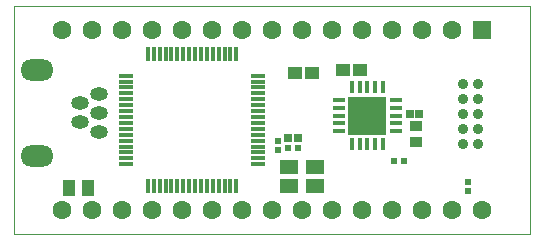
<source format=gts>
G04*
G04 #@! TF.GenerationSoftware,Altium Limited,Altium Designer,20.1.12 (249)*
G04*
G04 Layer_Color=8388736*
%FSLAX44Y44*%
%MOMM*%
G71*
G04*
G04 #@! TF.SameCoordinates,46D68336-88F1-4D35-9B3F-DF4CA844E206*
G04*
G04*
G04 #@! TF.FilePolarity,Negative*
G04*
G01*
G75*
%ADD12C,0.1000*%
%ADD26R,1.5016X1.3016*%
%ADD27R,1.0016X0.8516*%
%ADD28C,0.8890*%
%ADD29R,0.6016X0.6016*%
%ADD30R,1.3016X1.1016*%
%ADD31R,3.2516X3.2516*%
%ADD32R,1.1016X0.4516*%
%ADD33R,0.4516X1.1016*%
%ADD34R,0.6516X0.6516*%
%ADD35R,0.6016X0.6016*%
%ADD36R,0.3516X1.3016*%
%ADD37R,1.3016X0.3516*%
%ADD38R,1.0516X1.4516*%
%ADD39O,1.5016X1.1016*%
%ADD40O,2.8016X1.8016*%
%ADD41C,0.1016*%
%ADD42C,1.6016*%
%ADD43R,1.6016X1.6016*%
D12*
X260000Y740000D02*
Y933040D01*
X696880Y740000D02*
Y933040D01*
X260000Y740000D02*
X696880D01*
X260000Y933040D02*
X696880D01*
D26*
X515348Y796768D02*
D03*
X493348D02*
D03*
Y780768D02*
D03*
X515348D02*
D03*
D27*
X600940Y831270D02*
D03*
Y817270D02*
D03*
D28*
X653540Y866420D02*
D03*
Y853720D02*
D03*
Y841020D02*
D03*
Y828320D02*
D03*
Y815620D02*
D03*
X640840Y866420D02*
D03*
Y841020D02*
D03*
Y853720D02*
D03*
Y828320D02*
D03*
Y815620D02*
D03*
D29*
X644440Y775769D02*
D03*
Y783769D02*
D03*
X483774Y818676D02*
D03*
Y810676D02*
D03*
D30*
X553552Y878270D02*
D03*
X539328D02*
D03*
X512730Y875890D02*
D03*
X498506D02*
D03*
D31*
X559440Y840020D02*
D03*
D32*
X535440Y853020D02*
D03*
Y846520D02*
D03*
Y840020D02*
D03*
Y833520D02*
D03*
Y827020D02*
D03*
X583440D02*
D03*
Y833520D02*
D03*
Y840020D02*
D03*
Y846520D02*
D03*
Y853020D02*
D03*
D33*
X546440Y816020D02*
D03*
X552940D02*
D03*
X559440D02*
D03*
X565940D02*
D03*
X572440D02*
D03*
Y864020D02*
D03*
X565940D02*
D03*
X559440D02*
D03*
X552940D02*
D03*
X546440D02*
D03*
D34*
X595440Y841520D02*
D03*
X603440D02*
D03*
X492728Y820772D02*
D03*
X500728D02*
D03*
D35*
X590190Y801770D02*
D03*
X582190D02*
D03*
X500728Y812136D02*
D03*
X492728D02*
D03*
D36*
X373690Y892270D02*
D03*
X378690D02*
D03*
X383690D02*
D03*
X388690D02*
D03*
X393690D02*
D03*
X398690D02*
D03*
X403690D02*
D03*
X408690D02*
D03*
X413690D02*
D03*
X418690D02*
D03*
X423690D02*
D03*
X428690D02*
D03*
X433690D02*
D03*
X438690D02*
D03*
X443690D02*
D03*
X448690D02*
D03*
Y780270D02*
D03*
X443690D02*
D03*
X438690D02*
D03*
X433690D02*
D03*
X428690D02*
D03*
X423690D02*
D03*
X418690D02*
D03*
X413690D02*
D03*
X408690D02*
D03*
X403690D02*
D03*
X398690D02*
D03*
X393690D02*
D03*
X388690D02*
D03*
X383690D02*
D03*
X378690D02*
D03*
X373690D02*
D03*
D37*
X467190Y873770D02*
D03*
Y868770D02*
D03*
Y863770D02*
D03*
Y858770D02*
D03*
Y853770D02*
D03*
Y848770D02*
D03*
Y843770D02*
D03*
Y838770D02*
D03*
Y833770D02*
D03*
Y828770D02*
D03*
Y823770D02*
D03*
Y818770D02*
D03*
Y813770D02*
D03*
Y808770D02*
D03*
Y803770D02*
D03*
Y798770D02*
D03*
X355190D02*
D03*
Y803770D02*
D03*
Y808770D02*
D03*
Y813770D02*
D03*
Y818770D02*
D03*
Y823770D02*
D03*
Y828770D02*
D03*
Y833770D02*
D03*
Y838770D02*
D03*
Y843770D02*
D03*
Y848770D02*
D03*
Y853770D02*
D03*
Y858770D02*
D03*
Y863770D02*
D03*
Y868770D02*
D03*
Y873770D02*
D03*
D38*
X322864Y778862D02*
D03*
X306864D02*
D03*
D39*
X315954Y834362D02*
D03*
Y850362D02*
D03*
X331954Y858362D02*
D03*
Y842362D02*
D03*
Y826362D02*
D03*
D40*
X279454Y805862D02*
D03*
Y878862D02*
D03*
D41*
X277780Y759050D02*
D03*
Y913990D02*
D03*
X679100D02*
D03*
Y759050D02*
D03*
X672590Y860070D02*
D03*
X657350Y879120D02*
D03*
X672590Y802920D02*
D03*
X647190D02*
D03*
X637030Y879120D02*
D03*
X621790Y860070D02*
D03*
Y802920D02*
D03*
D42*
X402240Y760320D02*
D03*
X656240D02*
D03*
X300640D02*
D03*
X351440D02*
D03*
X376840D02*
D03*
X453040D02*
D03*
X478440D02*
D03*
X503840D02*
D03*
X554640D02*
D03*
X580040D02*
D03*
X605440D02*
D03*
X326040D02*
D03*
X427640D02*
D03*
X529240D02*
D03*
X630840D02*
D03*
X402240Y912720D02*
D03*
X300640D02*
D03*
X376840D02*
D03*
X351440D02*
D03*
X478440D02*
D03*
X453040D02*
D03*
X554640D02*
D03*
X503840D02*
D03*
X580040D02*
D03*
X605440D02*
D03*
X326040D02*
D03*
X427640D02*
D03*
X529240D02*
D03*
X630840D02*
D03*
D43*
X656240D02*
D03*
M02*

</source>
